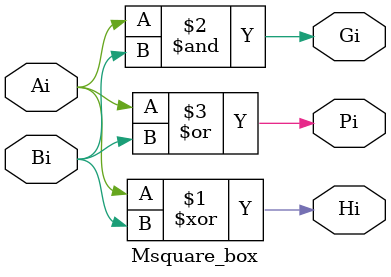
<source format=v>
module Msquare_box (Ai,Bi,Hi,Gi,Pi);
input Ai,Bi; 
output Hi,Gi,Pi;
xor m1 (Hi,Ai,Bi);
and m2 (Gi,Ai,Bi);
or m3 (Pi,Ai,Bi);
endmodule
</source>
